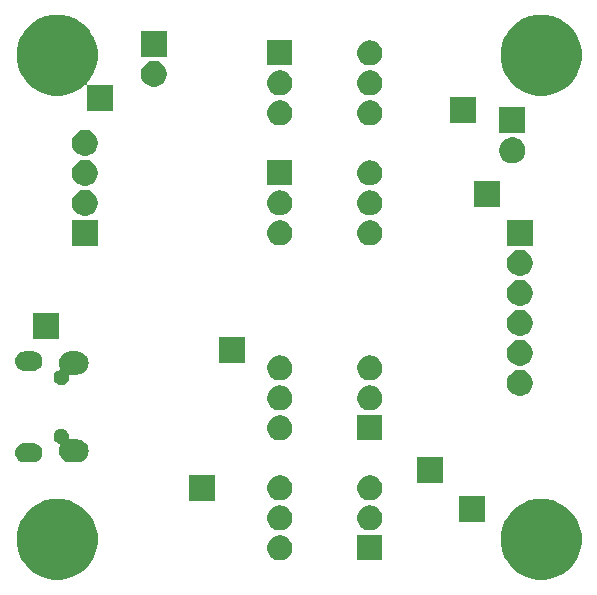
<source format=gbr>
G04 #@! TF.GenerationSoftware,KiCad,Pcbnew,(5.1.5)-3*
G04 #@! TF.CreationDate,2020-06-20T15:02:16-04:00*
G04 #@! TF.ProjectId,OptoUSB,4f70746f-5553-4422-9e6b-696361645f70,5*
G04 #@! TF.SameCoordinates,Original*
G04 #@! TF.FileFunction,Soldermask,Bot*
G04 #@! TF.FilePolarity,Negative*
%FSLAX46Y46*%
G04 Gerber Fmt 4.6, Leading zero omitted, Abs format (unit mm)*
G04 Created by KiCad (PCBNEW (5.1.5)-3) date 2020-06-20 15:02:16*
%MOMM*%
%LPD*%
G04 APERTURE LIST*
%ADD10C,0.150000*%
G04 APERTURE END LIST*
D10*
G36*
X46000201Y-41702774D02*
G01*
X46624239Y-41961259D01*
X46624240Y-41961260D01*
X47185860Y-42336522D01*
X47663478Y-42814140D01*
X47838573Y-43076189D01*
X48038741Y-43375761D01*
X48297226Y-43999799D01*
X48429000Y-44662272D01*
X48429000Y-45337728D01*
X48297226Y-46000201D01*
X48038741Y-46624239D01*
X48018826Y-46654044D01*
X47663478Y-47185860D01*
X47185860Y-47663478D01*
X46810597Y-47914220D01*
X46624239Y-48038741D01*
X46000201Y-48297226D01*
X45337728Y-48429000D01*
X44662272Y-48429000D01*
X43999799Y-48297226D01*
X43375761Y-48038741D01*
X43189403Y-47914220D01*
X42814140Y-47663478D01*
X42336522Y-47185860D01*
X41981174Y-46654044D01*
X41961259Y-46624239D01*
X41702774Y-46000201D01*
X41571000Y-45337728D01*
X41571000Y-44662272D01*
X41702774Y-43999799D01*
X41961259Y-43375761D01*
X42161427Y-43076189D01*
X42336522Y-42814140D01*
X42814140Y-42336522D01*
X43375760Y-41961260D01*
X43375761Y-41961259D01*
X43999799Y-41702774D01*
X44662272Y-41571000D01*
X45337728Y-41571000D01*
X46000201Y-41702774D01*
G37*
G36*
X5000201Y-41702774D02*
G01*
X5624239Y-41961259D01*
X5624240Y-41961260D01*
X6185860Y-42336522D01*
X6663478Y-42814140D01*
X6838573Y-43076189D01*
X7038741Y-43375761D01*
X7297226Y-43999799D01*
X7429000Y-44662272D01*
X7429000Y-45337728D01*
X7297226Y-46000201D01*
X7038741Y-46624239D01*
X7018826Y-46654044D01*
X6663478Y-47185860D01*
X6185860Y-47663478D01*
X5810597Y-47914220D01*
X5624239Y-48038741D01*
X5000201Y-48297226D01*
X4337728Y-48429000D01*
X3662272Y-48429000D01*
X2999799Y-48297226D01*
X2375761Y-48038741D01*
X2189403Y-47914220D01*
X1814140Y-47663478D01*
X1336522Y-47185860D01*
X981174Y-46654044D01*
X961259Y-46624239D01*
X702774Y-46000201D01*
X571000Y-45337728D01*
X571000Y-44662272D01*
X702774Y-43999799D01*
X961259Y-43375761D01*
X1161427Y-43076189D01*
X1336522Y-42814140D01*
X1814140Y-42336522D01*
X2375760Y-41961260D01*
X2375761Y-41961259D01*
X2999799Y-41702774D01*
X3662272Y-41571000D01*
X4337728Y-41571000D01*
X5000201Y-41702774D01*
G37*
G36*
X23167441Y-44706504D02*
G01*
X23246893Y-44739414D01*
X23359255Y-44785956D01*
X23531885Y-44901304D01*
X23678696Y-45048115D01*
X23794044Y-45220745D01*
X23873496Y-45412560D01*
X23914000Y-45616189D01*
X23914000Y-45823811D01*
X23873496Y-46027440D01*
X23794044Y-46219255D01*
X23678696Y-46391885D01*
X23531885Y-46538696D01*
X23359255Y-46654044D01*
X23246893Y-46700586D01*
X23167441Y-46733496D01*
X23065625Y-46753748D01*
X22963811Y-46774000D01*
X22756189Y-46774000D01*
X22654375Y-46753748D01*
X22552559Y-46733496D01*
X22473107Y-46700586D01*
X22360745Y-46654044D01*
X22188115Y-46538696D01*
X22041304Y-46391885D01*
X21925956Y-46219255D01*
X21846504Y-46027440D01*
X21806000Y-45823811D01*
X21806000Y-45616189D01*
X21846504Y-45412560D01*
X21925956Y-45220745D01*
X22041304Y-45048115D01*
X22188115Y-44901304D01*
X22360745Y-44785956D01*
X22473107Y-44739414D01*
X22552559Y-44706504D01*
X22756189Y-44666000D01*
X22963811Y-44666000D01*
X23167441Y-44706504D01*
G37*
G36*
X31534000Y-46774000D02*
G01*
X29426000Y-46774000D01*
X29426000Y-44666000D01*
X31534000Y-44666000D01*
X31534000Y-46774000D01*
G37*
G36*
X30685625Y-42146252D02*
G01*
X30787441Y-42166504D01*
X30866893Y-42199414D01*
X30979255Y-42245956D01*
X31151885Y-42361304D01*
X31298696Y-42508115D01*
X31414044Y-42680745D01*
X31493496Y-42872560D01*
X31534000Y-43076189D01*
X31534000Y-43283811D01*
X31493496Y-43487440D01*
X31414044Y-43679255D01*
X31298696Y-43851885D01*
X31151885Y-43998696D01*
X30979255Y-44114044D01*
X30866893Y-44160586D01*
X30787441Y-44193496D01*
X30583811Y-44234000D01*
X30376189Y-44234000D01*
X30172559Y-44193496D01*
X30093107Y-44160586D01*
X29980745Y-44114044D01*
X29808115Y-43998696D01*
X29661304Y-43851885D01*
X29545956Y-43679255D01*
X29466504Y-43487440D01*
X29426000Y-43283811D01*
X29426000Y-43076189D01*
X29466504Y-42872560D01*
X29545956Y-42680745D01*
X29661304Y-42508115D01*
X29808115Y-42361304D01*
X29980745Y-42245956D01*
X30093107Y-42199414D01*
X30172559Y-42166504D01*
X30274375Y-42146252D01*
X30376189Y-42126000D01*
X30583811Y-42126000D01*
X30685625Y-42146252D01*
G37*
G36*
X23065625Y-42146252D02*
G01*
X23167441Y-42166504D01*
X23246893Y-42199414D01*
X23359255Y-42245956D01*
X23531885Y-42361304D01*
X23678696Y-42508115D01*
X23794044Y-42680745D01*
X23873496Y-42872560D01*
X23914000Y-43076189D01*
X23914000Y-43283811D01*
X23873496Y-43487440D01*
X23794044Y-43679255D01*
X23678696Y-43851885D01*
X23531885Y-43998696D01*
X23359255Y-44114044D01*
X23246893Y-44160586D01*
X23167441Y-44193496D01*
X22963811Y-44234000D01*
X22756189Y-44234000D01*
X22552559Y-44193496D01*
X22473107Y-44160586D01*
X22360745Y-44114044D01*
X22188115Y-43998696D01*
X22041304Y-43851885D01*
X21925956Y-43679255D01*
X21846504Y-43487440D01*
X21806000Y-43283811D01*
X21806000Y-43076189D01*
X21846504Y-42872560D01*
X21925956Y-42680745D01*
X22041304Y-42508115D01*
X22188115Y-42361304D01*
X22360745Y-42245956D01*
X22473107Y-42199414D01*
X22552559Y-42166504D01*
X22654375Y-42146252D01*
X22756189Y-42126000D01*
X22963811Y-42126000D01*
X23065625Y-42146252D01*
G37*
G36*
X40220000Y-43522000D02*
G01*
X38012000Y-43522000D01*
X38012000Y-41314000D01*
X40220000Y-41314000D01*
X40220000Y-43522000D01*
G37*
G36*
X17360000Y-41744000D02*
G01*
X15152000Y-41744000D01*
X15152000Y-39536000D01*
X17360000Y-39536000D01*
X17360000Y-41744000D01*
G37*
G36*
X30787441Y-39626504D02*
G01*
X30866893Y-39659414D01*
X30979255Y-39705956D01*
X31151885Y-39821304D01*
X31298696Y-39968115D01*
X31414044Y-40140745D01*
X31493496Y-40332560D01*
X31534000Y-40536189D01*
X31534000Y-40743811D01*
X31493496Y-40947440D01*
X31414044Y-41139255D01*
X31298696Y-41311885D01*
X31151885Y-41458696D01*
X30979255Y-41574044D01*
X30866893Y-41620586D01*
X30787441Y-41653496D01*
X30685625Y-41673748D01*
X30583811Y-41694000D01*
X30376189Y-41694000D01*
X30274375Y-41673748D01*
X30172559Y-41653496D01*
X30093107Y-41620586D01*
X29980745Y-41574044D01*
X29808115Y-41458696D01*
X29661304Y-41311885D01*
X29545956Y-41139255D01*
X29466504Y-40947440D01*
X29426000Y-40743811D01*
X29426000Y-40536189D01*
X29466504Y-40332560D01*
X29545956Y-40140745D01*
X29661304Y-39968115D01*
X29808115Y-39821304D01*
X29980745Y-39705956D01*
X30093107Y-39659414D01*
X30172559Y-39626504D01*
X30376189Y-39586000D01*
X30583811Y-39586000D01*
X30787441Y-39626504D01*
G37*
G36*
X23167441Y-39626504D02*
G01*
X23246893Y-39659414D01*
X23359255Y-39705956D01*
X23531885Y-39821304D01*
X23678696Y-39968115D01*
X23794044Y-40140745D01*
X23873496Y-40332560D01*
X23914000Y-40536189D01*
X23914000Y-40743811D01*
X23873496Y-40947440D01*
X23794044Y-41139255D01*
X23678696Y-41311885D01*
X23531885Y-41458696D01*
X23359255Y-41574044D01*
X23246893Y-41620586D01*
X23167441Y-41653496D01*
X23065625Y-41673748D01*
X22963811Y-41694000D01*
X22756189Y-41694000D01*
X22654375Y-41673748D01*
X22552559Y-41653496D01*
X22473107Y-41620586D01*
X22360745Y-41574044D01*
X22188115Y-41458696D01*
X22041304Y-41311885D01*
X21925956Y-41139255D01*
X21846504Y-40947440D01*
X21806000Y-40743811D01*
X21806000Y-40536189D01*
X21846504Y-40332560D01*
X21925956Y-40140745D01*
X22041304Y-39968115D01*
X22188115Y-39821304D01*
X22360745Y-39705956D01*
X22473107Y-39659414D01*
X22552559Y-39626504D01*
X22756189Y-39586000D01*
X22963811Y-39586000D01*
X23167441Y-39626504D01*
G37*
G36*
X36664000Y-40220000D02*
G01*
X34456000Y-40220000D01*
X34456000Y-38012000D01*
X36664000Y-38012000D01*
X36664000Y-40220000D01*
G37*
G36*
X4483589Y-35640566D02*
G01*
X4546765Y-35653133D01*
X4596064Y-35673553D01*
X4665784Y-35702432D01*
X4772900Y-35774005D01*
X4863995Y-35865100D01*
X4935568Y-35972216D01*
X4984867Y-36091236D01*
X5010000Y-36217586D01*
X5010000Y-36346415D01*
X5003595Y-36378615D01*
X5001193Y-36403001D01*
X5003595Y-36427387D01*
X5010708Y-36450836D01*
X5022259Y-36472447D01*
X5037804Y-36491389D01*
X5056746Y-36506934D01*
X5078357Y-36518485D01*
X5101806Y-36525598D01*
X5126192Y-36528000D01*
X5729087Y-36528000D01*
X5777030Y-36532722D01*
X5872917Y-36542166D01*
X5995945Y-36579486D01*
X6057460Y-36598146D01*
X6087120Y-36614000D01*
X6227534Y-36689053D01*
X6227536Y-36689054D01*
X6227535Y-36689054D01*
X6376607Y-36811393D01*
X6498946Y-36960465D01*
X6589854Y-37130540D01*
X6589854Y-37130541D01*
X6645834Y-37315083D01*
X6664736Y-37507000D01*
X6645834Y-37698917D01*
X6609253Y-37819510D01*
X6589854Y-37883460D01*
X6498946Y-38053535D01*
X6376607Y-38202607D01*
X6240900Y-38313977D01*
X6227534Y-38324947D01*
X6181368Y-38349623D01*
X6057460Y-38415854D01*
X5995945Y-38434514D01*
X5872917Y-38471834D01*
X5777030Y-38481278D01*
X5729087Y-38486000D01*
X5082913Y-38486000D01*
X5034970Y-38481278D01*
X4939083Y-38471834D01*
X4816055Y-38434514D01*
X4754540Y-38415854D01*
X4630632Y-38349623D01*
X4584466Y-38324947D01*
X4571100Y-38313977D01*
X4435393Y-38202607D01*
X4313054Y-38053535D01*
X4222146Y-37883460D01*
X4202747Y-37819510D01*
X4166166Y-37698917D01*
X4147264Y-37507000D01*
X4166166Y-37315083D01*
X4222146Y-37130541D01*
X4222147Y-37130537D01*
X4243360Y-37090851D01*
X4252738Y-37068212D01*
X4257518Y-37044179D01*
X4257518Y-37019675D01*
X4252738Y-36995642D01*
X4243360Y-36973003D01*
X4229747Y-36952629D01*
X4212420Y-36935302D01*
X4192045Y-36921688D01*
X4176397Y-36916089D01*
X4176609Y-36915578D01*
X4165236Y-36910867D01*
X4165235Y-36910867D01*
X4133045Y-36897533D01*
X4046216Y-36861568D01*
X3939100Y-36789995D01*
X3848005Y-36698900D01*
X3776432Y-36591784D01*
X3735947Y-36494043D01*
X3727133Y-36472765D01*
X3702000Y-36346413D01*
X3702000Y-36217587D01*
X3727133Y-36091235D01*
X3747553Y-36041936D01*
X3776432Y-35972216D01*
X3848005Y-35865100D01*
X3939100Y-35774005D01*
X4046216Y-35702432D01*
X4115936Y-35673553D01*
X4165235Y-35653133D01*
X4228411Y-35640566D01*
X4291586Y-35628000D01*
X4420414Y-35628000D01*
X4483589Y-35640566D01*
G37*
G36*
X2093512Y-36839995D02*
G01*
X2249780Y-36887398D01*
X2393796Y-36964377D01*
X2520028Y-37067972D01*
X2623623Y-37194204D01*
X2700602Y-37338220D01*
X2748005Y-37494488D01*
X2764011Y-37657000D01*
X2748005Y-37819512D01*
X2700602Y-37975780D01*
X2623623Y-38119796D01*
X2520028Y-38246028D01*
X2393796Y-38349623D01*
X2249780Y-38426602D01*
X2093512Y-38474005D01*
X1971724Y-38486000D01*
X1240276Y-38486000D01*
X1118488Y-38474005D01*
X962220Y-38426602D01*
X818204Y-38349623D01*
X691972Y-38246028D01*
X588377Y-38119796D01*
X511398Y-37975780D01*
X463995Y-37819512D01*
X447989Y-37657000D01*
X463995Y-37494488D01*
X511398Y-37338220D01*
X588377Y-37194204D01*
X691972Y-37067972D01*
X818204Y-36964377D01*
X962220Y-36887398D01*
X1118488Y-36839995D01*
X1240276Y-36828000D01*
X1971724Y-36828000D01*
X2093512Y-36839995D01*
G37*
G36*
X23167441Y-34546504D02*
G01*
X23246893Y-34579414D01*
X23359255Y-34625956D01*
X23531885Y-34741304D01*
X23678696Y-34888115D01*
X23794044Y-35060745D01*
X23840586Y-35173107D01*
X23873496Y-35252559D01*
X23914000Y-35456190D01*
X23914000Y-35663810D01*
X23873962Y-35865100D01*
X23873496Y-35867440D01*
X23794044Y-36059255D01*
X23678696Y-36231885D01*
X23531885Y-36378696D01*
X23359255Y-36494044D01*
X23246893Y-36540586D01*
X23167441Y-36573496D01*
X23075499Y-36591784D01*
X22963811Y-36614000D01*
X22756189Y-36614000D01*
X22644501Y-36591784D01*
X22552559Y-36573496D01*
X22473107Y-36540586D01*
X22360745Y-36494044D01*
X22188115Y-36378696D01*
X22041304Y-36231885D01*
X21925956Y-36059255D01*
X21846504Y-35867440D01*
X21846039Y-35865100D01*
X21806000Y-35663810D01*
X21806000Y-35456190D01*
X21846504Y-35252559D01*
X21879414Y-35173107D01*
X21925956Y-35060745D01*
X22041304Y-34888115D01*
X22188115Y-34741304D01*
X22360745Y-34625956D01*
X22473107Y-34579414D01*
X22552559Y-34546504D01*
X22756189Y-34506000D01*
X22963811Y-34506000D01*
X23167441Y-34546504D01*
G37*
G36*
X31534000Y-36614000D02*
G01*
X29426000Y-36614000D01*
X29426000Y-34506000D01*
X31534000Y-34506000D01*
X31534000Y-36614000D01*
G37*
G36*
X23065625Y-31986252D02*
G01*
X23167441Y-32006504D01*
X23246893Y-32039414D01*
X23359255Y-32085956D01*
X23531885Y-32201304D01*
X23678696Y-32348115D01*
X23794044Y-32520745D01*
X23829993Y-32607534D01*
X23873496Y-32712559D01*
X23893191Y-32811574D01*
X23914000Y-32916189D01*
X23914000Y-33123811D01*
X23873496Y-33327440D01*
X23794044Y-33519255D01*
X23678696Y-33691885D01*
X23531885Y-33838696D01*
X23359255Y-33954044D01*
X23246893Y-34000586D01*
X23167441Y-34033496D01*
X22963811Y-34074000D01*
X22756189Y-34074000D01*
X22552559Y-34033496D01*
X22473107Y-34000586D01*
X22360745Y-33954044D01*
X22188115Y-33838696D01*
X22041304Y-33691885D01*
X21925956Y-33519255D01*
X21846504Y-33327440D01*
X21806000Y-33123811D01*
X21806000Y-32916189D01*
X21826809Y-32811574D01*
X21846504Y-32712559D01*
X21890007Y-32607534D01*
X21925956Y-32520745D01*
X22041304Y-32348115D01*
X22188115Y-32201304D01*
X22360745Y-32085956D01*
X22473107Y-32039414D01*
X22552559Y-32006504D01*
X22654375Y-31986252D01*
X22756189Y-31966000D01*
X22963811Y-31966000D01*
X23065625Y-31986252D01*
G37*
G36*
X30685625Y-31986252D02*
G01*
X30787441Y-32006504D01*
X30866893Y-32039414D01*
X30979255Y-32085956D01*
X31151885Y-32201304D01*
X31298696Y-32348115D01*
X31414044Y-32520745D01*
X31449993Y-32607534D01*
X31493496Y-32712559D01*
X31513191Y-32811574D01*
X31534000Y-32916189D01*
X31534000Y-33123811D01*
X31493496Y-33327440D01*
X31414044Y-33519255D01*
X31298696Y-33691885D01*
X31151885Y-33838696D01*
X30979255Y-33954044D01*
X30866893Y-34000586D01*
X30787441Y-34033496D01*
X30583811Y-34074000D01*
X30376189Y-34074000D01*
X30172559Y-34033496D01*
X30093107Y-34000586D01*
X29980745Y-33954044D01*
X29808115Y-33838696D01*
X29661304Y-33691885D01*
X29545956Y-33519255D01*
X29466504Y-33327440D01*
X29426000Y-33123811D01*
X29426000Y-32916189D01*
X29446809Y-32811574D01*
X29466504Y-32712559D01*
X29510007Y-32607534D01*
X29545956Y-32520745D01*
X29661304Y-32348115D01*
X29808115Y-32201304D01*
X29980745Y-32085956D01*
X30093107Y-32039414D01*
X30172559Y-32006504D01*
X30274375Y-31986252D01*
X30376189Y-31966000D01*
X30583811Y-31966000D01*
X30685625Y-31986252D01*
G37*
G36*
X43502024Y-30688425D02*
G01*
X43702939Y-30771647D01*
X43726576Y-30787441D01*
X43883759Y-30892467D01*
X44037533Y-31046241D01*
X44067809Y-31091553D01*
X44158353Y-31227061D01*
X44241575Y-31427976D01*
X44284000Y-31641264D01*
X44284000Y-31858736D01*
X44241575Y-32072024D01*
X44158353Y-32272939D01*
X44158352Y-32272940D01*
X44037533Y-32453759D01*
X43883759Y-32607533D01*
X43792735Y-32668353D01*
X43702939Y-32728353D01*
X43502024Y-32811575D01*
X43288736Y-32854000D01*
X43071264Y-32854000D01*
X42857976Y-32811575D01*
X42657061Y-32728353D01*
X42567265Y-32668353D01*
X42476241Y-32607533D01*
X42322467Y-32453759D01*
X42201648Y-32272940D01*
X42201647Y-32272939D01*
X42118425Y-32072024D01*
X42076000Y-31858736D01*
X42076000Y-31641264D01*
X42118425Y-31427976D01*
X42201647Y-31227061D01*
X42292191Y-31091553D01*
X42322467Y-31046241D01*
X42476241Y-30892467D01*
X42633424Y-30787441D01*
X42657061Y-30771647D01*
X42857976Y-30688425D01*
X43071264Y-30646000D01*
X43288736Y-30646000D01*
X43502024Y-30688425D01*
G37*
G36*
X5777030Y-29082722D02*
G01*
X5872917Y-29092166D01*
X5995945Y-29129486D01*
X6057460Y-29148146D01*
X6148367Y-29196737D01*
X6227534Y-29239053D01*
X6227536Y-29239054D01*
X6227535Y-29239054D01*
X6376607Y-29361393D01*
X6487977Y-29497100D01*
X6498947Y-29510466D01*
X6517917Y-29545956D01*
X6589854Y-29680540D01*
X6589854Y-29680541D01*
X6645834Y-29865083D01*
X6664736Y-30057000D01*
X6645834Y-30248917D01*
X6626091Y-30314000D01*
X6589854Y-30433460D01*
X6556411Y-30496026D01*
X6509490Y-30583810D01*
X6498946Y-30603535D01*
X6376607Y-30752607D01*
X6240901Y-30863977D01*
X6227534Y-30874947D01*
X6194758Y-30892466D01*
X6057460Y-30965854D01*
X5995945Y-30984514D01*
X5872917Y-31021834D01*
X5777030Y-31031278D01*
X5729087Y-31036000D01*
X5126192Y-31036000D01*
X5101806Y-31038402D01*
X5078357Y-31045515D01*
X5056746Y-31057066D01*
X5037804Y-31072611D01*
X5022259Y-31091553D01*
X5010708Y-31113164D01*
X5003595Y-31136613D01*
X5001193Y-31160999D01*
X5003595Y-31185385D01*
X5010000Y-31217585D01*
X5010000Y-31346414D01*
X4984867Y-31472764D01*
X4935568Y-31591784D01*
X4863995Y-31698900D01*
X4772900Y-31789995D01*
X4665784Y-31861568D01*
X4596064Y-31890447D01*
X4546765Y-31910867D01*
X4483589Y-31923434D01*
X4420414Y-31936000D01*
X4291586Y-31936000D01*
X4228411Y-31923434D01*
X4165235Y-31910867D01*
X4115936Y-31890447D01*
X4046216Y-31861568D01*
X3939100Y-31789995D01*
X3848005Y-31698900D01*
X3776432Y-31591784D01*
X3727133Y-31472764D01*
X3702000Y-31346414D01*
X3702000Y-31217586D01*
X3727133Y-31091236D01*
X3734848Y-31072611D01*
X3755880Y-31021834D01*
X3776432Y-30972216D01*
X3848005Y-30865100D01*
X3939100Y-30774005D01*
X4046216Y-30702432D01*
X4172519Y-30650116D01*
X4180964Y-30647554D01*
X4202574Y-30636001D01*
X4221515Y-30620454D01*
X4237059Y-30601511D01*
X4248608Y-30579900D01*
X4255720Y-30556450D01*
X4258120Y-30532064D01*
X4255716Y-30507678D01*
X4243360Y-30473149D01*
X4222147Y-30433463D01*
X4185909Y-30314000D01*
X4166166Y-30248917D01*
X4147264Y-30057000D01*
X4166166Y-29865083D01*
X4222146Y-29680541D01*
X4222146Y-29680540D01*
X4294083Y-29545956D01*
X4313053Y-29510466D01*
X4324023Y-29497100D01*
X4435393Y-29361393D01*
X4584465Y-29239054D01*
X4584464Y-29239054D01*
X4584466Y-29239053D01*
X4663633Y-29196737D01*
X4754540Y-29148146D01*
X4816055Y-29129486D01*
X4939083Y-29092166D01*
X5034970Y-29082722D01*
X5082913Y-29078000D01*
X5729087Y-29078000D01*
X5777030Y-29082722D01*
G37*
G36*
X23065625Y-29446252D02*
G01*
X23167441Y-29466504D01*
X23246893Y-29499414D01*
X23359255Y-29545956D01*
X23531885Y-29661304D01*
X23678696Y-29808115D01*
X23794044Y-29980745D01*
X23829993Y-30067534D01*
X23873496Y-30172559D01*
X23914000Y-30376190D01*
X23914000Y-30583810D01*
X23876169Y-30774005D01*
X23873496Y-30787440D01*
X23794044Y-30979255D01*
X23678696Y-31151885D01*
X23531885Y-31298696D01*
X23359255Y-31414044D01*
X23246893Y-31460586D01*
X23167441Y-31493496D01*
X23065625Y-31513748D01*
X22963811Y-31534000D01*
X22756189Y-31534000D01*
X22654375Y-31513748D01*
X22552559Y-31493496D01*
X22473107Y-31460586D01*
X22360745Y-31414044D01*
X22188115Y-31298696D01*
X22041304Y-31151885D01*
X21925956Y-30979255D01*
X21846504Y-30787440D01*
X21843832Y-30774005D01*
X21806000Y-30583810D01*
X21806000Y-30376190D01*
X21846504Y-30172559D01*
X21890007Y-30067534D01*
X21925956Y-29980745D01*
X22041304Y-29808115D01*
X22188115Y-29661304D01*
X22360745Y-29545956D01*
X22473107Y-29499414D01*
X22552559Y-29466504D01*
X22654375Y-29446252D01*
X22756189Y-29426000D01*
X22963811Y-29426000D01*
X23065625Y-29446252D01*
G37*
G36*
X30685625Y-29446252D02*
G01*
X30787441Y-29466504D01*
X30866893Y-29499414D01*
X30979255Y-29545956D01*
X31151885Y-29661304D01*
X31298696Y-29808115D01*
X31414044Y-29980745D01*
X31449993Y-30067534D01*
X31493496Y-30172559D01*
X31534000Y-30376190D01*
X31534000Y-30583810D01*
X31496169Y-30774005D01*
X31493496Y-30787440D01*
X31414044Y-30979255D01*
X31298696Y-31151885D01*
X31151885Y-31298696D01*
X30979255Y-31414044D01*
X30866893Y-31460586D01*
X30787441Y-31493496D01*
X30685625Y-31513748D01*
X30583811Y-31534000D01*
X30376189Y-31534000D01*
X30274375Y-31513748D01*
X30172559Y-31493496D01*
X30093107Y-31460586D01*
X29980745Y-31414044D01*
X29808115Y-31298696D01*
X29661304Y-31151885D01*
X29545956Y-30979255D01*
X29466504Y-30787440D01*
X29463832Y-30774005D01*
X29426000Y-30583810D01*
X29426000Y-30376190D01*
X29466504Y-30172559D01*
X29510007Y-30067534D01*
X29545956Y-29980745D01*
X29661304Y-29808115D01*
X29808115Y-29661304D01*
X29980745Y-29545956D01*
X30093107Y-29499414D01*
X30172559Y-29466504D01*
X30274375Y-29446252D01*
X30376189Y-29426000D01*
X30583811Y-29426000D01*
X30685625Y-29446252D01*
G37*
G36*
X2093512Y-29089995D02*
G01*
X2249780Y-29137398D01*
X2393796Y-29214377D01*
X2520028Y-29317972D01*
X2623623Y-29444204D01*
X2700602Y-29588220D01*
X2748005Y-29744488D01*
X2764011Y-29907000D01*
X2748005Y-30069512D01*
X2700602Y-30225780D01*
X2623623Y-30369796D01*
X2520028Y-30496028D01*
X2393796Y-30599623D01*
X2249780Y-30676602D01*
X2093512Y-30724005D01*
X1971724Y-30736000D01*
X1240276Y-30736000D01*
X1118488Y-30724005D01*
X962220Y-30676602D01*
X818204Y-30599623D01*
X691972Y-30496028D01*
X588377Y-30369796D01*
X511398Y-30225780D01*
X463995Y-30069512D01*
X447989Y-29907000D01*
X463995Y-29744488D01*
X511398Y-29588220D01*
X588377Y-29444204D01*
X691972Y-29317972D01*
X818204Y-29214377D01*
X962220Y-29137398D01*
X1118488Y-29089995D01*
X1240276Y-29078000D01*
X1971724Y-29078000D01*
X2093512Y-29089995D01*
G37*
G36*
X43502024Y-28148425D02*
G01*
X43702939Y-28231647D01*
X43702940Y-28231648D01*
X43883759Y-28352467D01*
X44037533Y-28506241D01*
X44037534Y-28506243D01*
X44158353Y-28687061D01*
X44241575Y-28887976D01*
X44284000Y-29101264D01*
X44284000Y-29318736D01*
X44241575Y-29532024D01*
X44158353Y-29732939D01*
X44158352Y-29732940D01*
X44037533Y-29913759D01*
X43883759Y-30067533D01*
X43880800Y-30069510D01*
X43702939Y-30188353D01*
X43502024Y-30271575D01*
X43288736Y-30314000D01*
X43071264Y-30314000D01*
X42857976Y-30271575D01*
X42657061Y-30188353D01*
X42479200Y-30069510D01*
X42476241Y-30067533D01*
X42322467Y-29913759D01*
X42201648Y-29732940D01*
X42201647Y-29732939D01*
X42118425Y-29532024D01*
X42076000Y-29318736D01*
X42076000Y-29101264D01*
X42118425Y-28887976D01*
X42201647Y-28687061D01*
X42322466Y-28506243D01*
X42322467Y-28506241D01*
X42476241Y-28352467D01*
X42657060Y-28231648D01*
X42657061Y-28231647D01*
X42857976Y-28148425D01*
X43071264Y-28106000D01*
X43288736Y-28106000D01*
X43502024Y-28148425D01*
G37*
G36*
X19900000Y-30060000D02*
G01*
X17692000Y-30060000D01*
X17692000Y-27852000D01*
X19900000Y-27852000D01*
X19900000Y-30060000D01*
G37*
G36*
X4152000Y-28028000D02*
G01*
X1944000Y-28028000D01*
X1944000Y-25820000D01*
X4152000Y-25820000D01*
X4152000Y-28028000D01*
G37*
G36*
X43502024Y-25608425D02*
G01*
X43702939Y-25691647D01*
X43702940Y-25691648D01*
X43883759Y-25812467D01*
X44037533Y-25966241D01*
X44037534Y-25966243D01*
X44158353Y-26147061D01*
X44241575Y-26347976D01*
X44284000Y-26561264D01*
X44284000Y-26778736D01*
X44241575Y-26992024D01*
X44158353Y-27192939D01*
X44158352Y-27192940D01*
X44037533Y-27373759D01*
X43883759Y-27527533D01*
X43792735Y-27588353D01*
X43702939Y-27648353D01*
X43502024Y-27731575D01*
X43288736Y-27774000D01*
X43071264Y-27774000D01*
X42857976Y-27731575D01*
X42657061Y-27648353D01*
X42567265Y-27588353D01*
X42476241Y-27527533D01*
X42322467Y-27373759D01*
X42201648Y-27192940D01*
X42201647Y-27192939D01*
X42118425Y-26992024D01*
X42076000Y-26778736D01*
X42076000Y-26561264D01*
X42118425Y-26347976D01*
X42201647Y-26147061D01*
X42322466Y-25966243D01*
X42322467Y-25966241D01*
X42476241Y-25812467D01*
X42657060Y-25691648D01*
X42657061Y-25691647D01*
X42857976Y-25608425D01*
X43071264Y-25566000D01*
X43288736Y-25566000D01*
X43502024Y-25608425D01*
G37*
G36*
X43502024Y-23068425D02*
G01*
X43702939Y-23151647D01*
X43702940Y-23151648D01*
X43883759Y-23272467D01*
X44037533Y-23426241D01*
X44037534Y-23426243D01*
X44158353Y-23607061D01*
X44241575Y-23807976D01*
X44284000Y-24021264D01*
X44284000Y-24238736D01*
X44241575Y-24452024D01*
X44158353Y-24652939D01*
X44158352Y-24652940D01*
X44037533Y-24833759D01*
X43883759Y-24987533D01*
X43792735Y-25048353D01*
X43702939Y-25108353D01*
X43502024Y-25191575D01*
X43288736Y-25234000D01*
X43071264Y-25234000D01*
X42857976Y-25191575D01*
X42657061Y-25108353D01*
X42567265Y-25048353D01*
X42476241Y-24987533D01*
X42322467Y-24833759D01*
X42201648Y-24652940D01*
X42201647Y-24652939D01*
X42118425Y-24452024D01*
X42076000Y-24238736D01*
X42076000Y-24021264D01*
X42118425Y-23807976D01*
X42201647Y-23607061D01*
X42322466Y-23426243D01*
X42322467Y-23426241D01*
X42476241Y-23272467D01*
X42657060Y-23151648D01*
X42657061Y-23151647D01*
X42857976Y-23068425D01*
X43071264Y-23026000D01*
X43288736Y-23026000D01*
X43502024Y-23068425D01*
G37*
G36*
X43502024Y-20528425D02*
G01*
X43702939Y-20611647D01*
X43702940Y-20611648D01*
X43883759Y-20732467D01*
X44037533Y-20886241D01*
X44037534Y-20886243D01*
X44158353Y-21067061D01*
X44241575Y-21267976D01*
X44284000Y-21481264D01*
X44284000Y-21698736D01*
X44241575Y-21912024D01*
X44158353Y-22112939D01*
X44158352Y-22112940D01*
X44037533Y-22293759D01*
X43883759Y-22447533D01*
X43792735Y-22508353D01*
X43702939Y-22568353D01*
X43502024Y-22651575D01*
X43288736Y-22694000D01*
X43071264Y-22694000D01*
X42857976Y-22651575D01*
X42657061Y-22568353D01*
X42567265Y-22508353D01*
X42476241Y-22447533D01*
X42322467Y-22293759D01*
X42201648Y-22112940D01*
X42201647Y-22112939D01*
X42118425Y-21912024D01*
X42076000Y-21698736D01*
X42076000Y-21481264D01*
X42118425Y-21267976D01*
X42201647Y-21067061D01*
X42322466Y-20886243D01*
X42322467Y-20886241D01*
X42476241Y-20732467D01*
X42657060Y-20611648D01*
X42657061Y-20611647D01*
X42857976Y-20528425D01*
X43071264Y-20486000D01*
X43288736Y-20486000D01*
X43502024Y-20528425D01*
G37*
G36*
X7454000Y-20154000D02*
G01*
X5246000Y-20154000D01*
X5246000Y-17946000D01*
X7454000Y-17946000D01*
X7454000Y-20154000D01*
G37*
G36*
X44284000Y-20154000D02*
G01*
X42076000Y-20154000D01*
X42076000Y-17946000D01*
X44284000Y-17946000D01*
X44284000Y-20154000D01*
G37*
G36*
X30787441Y-18036504D02*
G01*
X30866893Y-18069414D01*
X30979255Y-18115956D01*
X31151885Y-18231304D01*
X31298696Y-18378115D01*
X31414044Y-18550745D01*
X31493496Y-18742560D01*
X31534000Y-18946189D01*
X31534000Y-19153811D01*
X31493496Y-19357440D01*
X31414044Y-19549255D01*
X31298696Y-19721885D01*
X31151885Y-19868696D01*
X30979255Y-19984044D01*
X30866893Y-20030586D01*
X30787441Y-20063496D01*
X30685625Y-20083748D01*
X30583811Y-20104000D01*
X30376189Y-20104000D01*
X30274375Y-20083748D01*
X30172559Y-20063496D01*
X30093107Y-20030586D01*
X29980745Y-19984044D01*
X29808115Y-19868696D01*
X29661304Y-19721885D01*
X29545956Y-19549255D01*
X29466504Y-19357440D01*
X29426000Y-19153811D01*
X29426000Y-18946189D01*
X29466504Y-18742560D01*
X29545956Y-18550745D01*
X29661304Y-18378115D01*
X29808115Y-18231304D01*
X29980745Y-18115956D01*
X30093107Y-18069414D01*
X30172559Y-18036504D01*
X30376189Y-17996000D01*
X30583811Y-17996000D01*
X30787441Y-18036504D01*
G37*
G36*
X23167441Y-18036504D02*
G01*
X23246893Y-18069414D01*
X23359255Y-18115956D01*
X23531885Y-18231304D01*
X23678696Y-18378115D01*
X23794044Y-18550745D01*
X23873496Y-18742560D01*
X23914000Y-18946189D01*
X23914000Y-19153811D01*
X23873496Y-19357440D01*
X23794044Y-19549255D01*
X23678696Y-19721885D01*
X23531885Y-19868696D01*
X23359255Y-19984044D01*
X23246893Y-20030586D01*
X23167441Y-20063496D01*
X23065625Y-20083748D01*
X22963811Y-20104000D01*
X22756189Y-20104000D01*
X22654375Y-20083748D01*
X22552559Y-20063496D01*
X22473107Y-20030586D01*
X22360745Y-19984044D01*
X22188115Y-19868696D01*
X22041304Y-19721885D01*
X21925956Y-19549255D01*
X21846504Y-19357440D01*
X21806000Y-19153811D01*
X21806000Y-18946189D01*
X21846504Y-18742560D01*
X21925956Y-18550745D01*
X22041304Y-18378115D01*
X22188115Y-18231304D01*
X22360745Y-18115956D01*
X22473107Y-18069414D01*
X22552559Y-18036504D01*
X22756189Y-17996000D01*
X22963811Y-17996000D01*
X23167441Y-18036504D01*
G37*
G36*
X6672024Y-15448425D02*
G01*
X6872939Y-15531647D01*
X6872940Y-15531648D01*
X7053759Y-15652467D01*
X7207533Y-15806241D01*
X7207534Y-15806243D01*
X7328353Y-15987061D01*
X7411575Y-16187976D01*
X7454000Y-16401264D01*
X7454000Y-16618736D01*
X7411575Y-16832024D01*
X7328353Y-17032939D01*
X7328352Y-17032940D01*
X7207533Y-17213759D01*
X7053759Y-17367533D01*
X6962735Y-17428353D01*
X6872939Y-17488353D01*
X6672024Y-17571575D01*
X6458736Y-17614000D01*
X6241264Y-17614000D01*
X6027976Y-17571575D01*
X5827061Y-17488353D01*
X5737265Y-17428353D01*
X5646241Y-17367533D01*
X5492467Y-17213759D01*
X5371648Y-17032940D01*
X5371647Y-17032939D01*
X5288425Y-16832024D01*
X5246000Y-16618736D01*
X5246000Y-16401264D01*
X5288425Y-16187976D01*
X5371647Y-15987061D01*
X5492466Y-15806243D01*
X5492467Y-15806241D01*
X5646241Y-15652467D01*
X5827060Y-15531648D01*
X5827061Y-15531647D01*
X6027976Y-15448425D01*
X6241264Y-15406000D01*
X6458736Y-15406000D01*
X6672024Y-15448425D01*
G37*
G36*
X30685625Y-15476252D02*
G01*
X30787441Y-15496504D01*
X30866893Y-15529414D01*
X30979255Y-15575956D01*
X31151885Y-15691304D01*
X31298696Y-15838115D01*
X31414044Y-16010745D01*
X31493496Y-16202560D01*
X31534000Y-16406189D01*
X31534000Y-16613811D01*
X31493496Y-16817440D01*
X31414044Y-17009255D01*
X31298696Y-17181885D01*
X31151885Y-17328696D01*
X30979255Y-17444044D01*
X30872283Y-17488353D01*
X30787441Y-17523496D01*
X30583811Y-17564000D01*
X30376189Y-17564000D01*
X30172559Y-17523496D01*
X30087717Y-17488353D01*
X29980745Y-17444044D01*
X29808115Y-17328696D01*
X29661304Y-17181885D01*
X29545956Y-17009255D01*
X29466504Y-16817440D01*
X29426000Y-16613811D01*
X29426000Y-16406189D01*
X29466504Y-16202560D01*
X29545956Y-16010745D01*
X29661304Y-15838115D01*
X29808115Y-15691304D01*
X29980745Y-15575956D01*
X30093107Y-15529414D01*
X30172559Y-15496504D01*
X30274375Y-15476252D01*
X30376189Y-15456000D01*
X30583811Y-15456000D01*
X30685625Y-15476252D01*
G37*
G36*
X23065625Y-15476252D02*
G01*
X23167441Y-15496504D01*
X23246893Y-15529414D01*
X23359255Y-15575956D01*
X23531885Y-15691304D01*
X23678696Y-15838115D01*
X23794044Y-16010745D01*
X23873496Y-16202560D01*
X23914000Y-16406189D01*
X23914000Y-16613811D01*
X23873496Y-16817440D01*
X23794044Y-17009255D01*
X23678696Y-17181885D01*
X23531885Y-17328696D01*
X23359255Y-17444044D01*
X23252283Y-17488353D01*
X23167441Y-17523496D01*
X22963811Y-17564000D01*
X22756189Y-17564000D01*
X22552559Y-17523496D01*
X22467717Y-17488353D01*
X22360745Y-17444044D01*
X22188115Y-17328696D01*
X22041304Y-17181885D01*
X21925956Y-17009255D01*
X21846504Y-16817440D01*
X21806000Y-16613811D01*
X21806000Y-16406189D01*
X21846504Y-16202560D01*
X21925956Y-16010745D01*
X22041304Y-15838115D01*
X22188115Y-15691304D01*
X22360745Y-15575956D01*
X22473107Y-15529414D01*
X22552559Y-15496504D01*
X22654375Y-15476252D01*
X22756189Y-15456000D01*
X22963811Y-15456000D01*
X23065625Y-15476252D01*
G37*
G36*
X41490000Y-16852000D02*
G01*
X39282000Y-16852000D01*
X39282000Y-14644000D01*
X41490000Y-14644000D01*
X41490000Y-16852000D01*
G37*
G36*
X6672024Y-12908425D02*
G01*
X6872939Y-12991647D01*
X6872940Y-12991648D01*
X7053759Y-13112467D01*
X7207533Y-13266241D01*
X7207534Y-13266243D01*
X7328353Y-13447061D01*
X7411575Y-13647976D01*
X7454000Y-13861264D01*
X7454000Y-14078736D01*
X7411575Y-14292024D01*
X7328353Y-14492939D01*
X7328352Y-14492940D01*
X7207533Y-14673759D01*
X7053759Y-14827533D01*
X6962735Y-14888353D01*
X6872939Y-14948353D01*
X6672024Y-15031575D01*
X6458736Y-15074000D01*
X6241264Y-15074000D01*
X6027976Y-15031575D01*
X5827061Y-14948353D01*
X5737265Y-14888353D01*
X5646241Y-14827533D01*
X5492467Y-14673759D01*
X5371648Y-14492940D01*
X5371647Y-14492939D01*
X5288425Y-14292024D01*
X5246000Y-14078736D01*
X5246000Y-13861264D01*
X5288425Y-13647976D01*
X5371647Y-13447061D01*
X5492466Y-13266243D01*
X5492467Y-13266241D01*
X5646241Y-13112467D01*
X5827060Y-12991648D01*
X5827061Y-12991647D01*
X6027976Y-12908425D01*
X6241264Y-12866000D01*
X6458736Y-12866000D01*
X6672024Y-12908425D01*
G37*
G36*
X30685625Y-12936252D02*
G01*
X30787441Y-12956504D01*
X30866893Y-12989414D01*
X30979255Y-13035956D01*
X31151885Y-13151304D01*
X31298696Y-13298115D01*
X31414044Y-13470745D01*
X31493496Y-13662560D01*
X31534000Y-13866189D01*
X31534000Y-14073811D01*
X31493496Y-14277440D01*
X31414044Y-14469255D01*
X31298696Y-14641885D01*
X31151885Y-14788696D01*
X30979255Y-14904044D01*
X30872283Y-14948353D01*
X30787441Y-14983496D01*
X30583811Y-15024000D01*
X30376189Y-15024000D01*
X30172559Y-14983496D01*
X30087717Y-14948353D01*
X29980745Y-14904044D01*
X29808115Y-14788696D01*
X29661304Y-14641885D01*
X29545956Y-14469255D01*
X29466504Y-14277440D01*
X29426000Y-14073811D01*
X29426000Y-13866189D01*
X29466504Y-13662560D01*
X29545956Y-13470745D01*
X29661304Y-13298115D01*
X29808115Y-13151304D01*
X29980745Y-13035956D01*
X30093107Y-12989414D01*
X30172559Y-12956504D01*
X30376189Y-12916000D01*
X30583811Y-12916000D01*
X30685625Y-12936252D01*
G37*
G36*
X23914000Y-15024000D02*
G01*
X21806000Y-15024000D01*
X21806000Y-12916000D01*
X23914000Y-12916000D01*
X23914000Y-15024000D01*
G37*
G36*
X42867024Y-11003425D02*
G01*
X43067939Y-11086647D01*
X43099860Y-11107976D01*
X43248759Y-11207467D01*
X43402533Y-11361241D01*
X43402534Y-11361243D01*
X43523353Y-11542061D01*
X43606575Y-11742976D01*
X43649000Y-11956264D01*
X43649000Y-12173736D01*
X43606575Y-12387024D01*
X43523353Y-12587939D01*
X43523352Y-12587940D01*
X43402533Y-12768759D01*
X43248759Y-12922533D01*
X43157735Y-12983353D01*
X43067939Y-13043353D01*
X42867024Y-13126575D01*
X42653736Y-13169000D01*
X42436264Y-13169000D01*
X42222976Y-13126575D01*
X42022061Y-13043353D01*
X41932265Y-12983353D01*
X41841241Y-12922533D01*
X41687467Y-12768759D01*
X41566648Y-12587940D01*
X41566647Y-12587939D01*
X41483425Y-12387024D01*
X41441000Y-12173736D01*
X41441000Y-11956264D01*
X41483425Y-11742976D01*
X41566647Y-11542061D01*
X41687466Y-11361243D01*
X41687467Y-11361241D01*
X41841241Y-11207467D01*
X41990140Y-11107976D01*
X42022061Y-11086647D01*
X42222976Y-11003425D01*
X42436264Y-10961000D01*
X42653736Y-10961000D01*
X42867024Y-11003425D01*
G37*
G36*
X6672024Y-10368425D02*
G01*
X6872939Y-10451647D01*
X6872940Y-10451648D01*
X7053759Y-10572467D01*
X7207533Y-10726241D01*
X7207534Y-10726243D01*
X7328353Y-10907061D01*
X7411575Y-11107976D01*
X7454000Y-11321264D01*
X7454000Y-11538736D01*
X7411575Y-11752024D01*
X7328353Y-11952939D01*
X7268353Y-12042735D01*
X7207533Y-12133759D01*
X7053759Y-12287533D01*
X6962735Y-12348353D01*
X6872939Y-12408353D01*
X6672024Y-12491575D01*
X6458736Y-12534000D01*
X6241264Y-12534000D01*
X6027976Y-12491575D01*
X5827061Y-12408353D01*
X5737265Y-12348353D01*
X5646241Y-12287533D01*
X5492467Y-12133759D01*
X5431647Y-12042735D01*
X5371647Y-11952939D01*
X5288425Y-11752024D01*
X5246000Y-11538736D01*
X5246000Y-11321264D01*
X5288425Y-11107976D01*
X5371647Y-10907061D01*
X5492466Y-10726243D01*
X5492467Y-10726241D01*
X5646241Y-10572467D01*
X5827060Y-10451648D01*
X5827061Y-10451647D01*
X6027976Y-10368425D01*
X6241264Y-10326000D01*
X6458736Y-10326000D01*
X6672024Y-10368425D01*
G37*
G36*
X43649000Y-10629000D02*
G01*
X41441000Y-10629000D01*
X41441000Y-8421000D01*
X43649000Y-8421000D01*
X43649000Y-10629000D01*
G37*
G36*
X23167441Y-7876504D02*
G01*
X23246893Y-7909414D01*
X23359255Y-7955956D01*
X23531885Y-8071304D01*
X23678696Y-8218115D01*
X23794044Y-8390745D01*
X23873496Y-8582560D01*
X23914000Y-8786189D01*
X23914000Y-8993811D01*
X23873496Y-9197440D01*
X23794044Y-9389255D01*
X23678696Y-9561885D01*
X23531885Y-9708696D01*
X23359255Y-9824044D01*
X23246893Y-9870586D01*
X23167441Y-9903496D01*
X22963811Y-9944000D01*
X22756189Y-9944000D01*
X22654375Y-9923748D01*
X22552559Y-9903496D01*
X22473107Y-9870586D01*
X22360745Y-9824044D01*
X22188115Y-9708696D01*
X22041304Y-9561885D01*
X21925956Y-9389255D01*
X21846504Y-9197440D01*
X21806000Y-8993811D01*
X21806000Y-8786189D01*
X21846504Y-8582560D01*
X21925956Y-8390745D01*
X22041304Y-8218115D01*
X22188115Y-8071304D01*
X22360745Y-7955956D01*
X22473107Y-7909414D01*
X22552559Y-7876504D01*
X22756189Y-7836000D01*
X22963811Y-7836000D01*
X23167441Y-7876504D01*
G37*
G36*
X30787441Y-7876504D02*
G01*
X30866893Y-7909414D01*
X30979255Y-7955956D01*
X31151885Y-8071304D01*
X31298696Y-8218115D01*
X31414044Y-8390745D01*
X31493496Y-8582560D01*
X31534000Y-8786189D01*
X31534000Y-8993811D01*
X31493496Y-9197440D01*
X31414044Y-9389255D01*
X31298696Y-9561885D01*
X31151885Y-9708696D01*
X30979255Y-9824044D01*
X30866893Y-9870586D01*
X30787441Y-9903496D01*
X30583811Y-9944000D01*
X30376189Y-9944000D01*
X30274375Y-9923748D01*
X30172559Y-9903496D01*
X30093107Y-9870586D01*
X29980745Y-9824044D01*
X29808115Y-9708696D01*
X29661304Y-9561885D01*
X29545956Y-9389255D01*
X29466504Y-9197440D01*
X29426000Y-8993811D01*
X29426000Y-8786189D01*
X29466504Y-8582560D01*
X29545956Y-8390745D01*
X29661304Y-8218115D01*
X29808115Y-8071304D01*
X29980745Y-7955956D01*
X30093107Y-7909414D01*
X30172559Y-7876504D01*
X30376189Y-7836000D01*
X30583811Y-7836000D01*
X30787441Y-7876504D01*
G37*
G36*
X39458000Y-9740000D02*
G01*
X37250000Y-9740000D01*
X37250000Y-7532000D01*
X39458000Y-7532000D01*
X39458000Y-9740000D01*
G37*
G36*
X5000201Y-702774D02*
G01*
X5624239Y-961259D01*
X5624240Y-961260D01*
X6185860Y-1336522D01*
X6663478Y-1814140D01*
X6914220Y-2189403D01*
X7038741Y-2375761D01*
X7297226Y-2999799D01*
X7429000Y-3662272D01*
X7429000Y-4337728D01*
X7297226Y-5000201D01*
X7038741Y-5624239D01*
X6990300Y-5696736D01*
X6663478Y-6185860D01*
X6546719Y-6302619D01*
X6531179Y-6321555D01*
X6519628Y-6343166D01*
X6512515Y-6366615D01*
X6510113Y-6391001D01*
X6512515Y-6415387D01*
X6519628Y-6438836D01*
X6531179Y-6460447D01*
X6546724Y-6479389D01*
X6565666Y-6494934D01*
X6587277Y-6506485D01*
X6610726Y-6513598D01*
X6635112Y-6516000D01*
X8724000Y-6516000D01*
X8724000Y-8724000D01*
X6516000Y-8724000D01*
X6516000Y-6635112D01*
X6513598Y-6610726D01*
X6506485Y-6587277D01*
X6494934Y-6565666D01*
X6479389Y-6546724D01*
X6460447Y-6531179D01*
X6438836Y-6519628D01*
X6415387Y-6512515D01*
X6391001Y-6510113D01*
X6366615Y-6512515D01*
X6343166Y-6519628D01*
X6321555Y-6531179D01*
X6302619Y-6546719D01*
X6185860Y-6663478D01*
X5907823Y-6849256D01*
X5624239Y-7038741D01*
X5000201Y-7297226D01*
X4337728Y-7429000D01*
X3662272Y-7429000D01*
X2999799Y-7297226D01*
X2375761Y-7038741D01*
X2092177Y-6849256D01*
X1814140Y-6663478D01*
X1336522Y-6185860D01*
X1009700Y-5696736D01*
X961259Y-5624239D01*
X702774Y-5000201D01*
X571000Y-4337728D01*
X571000Y-3662272D01*
X702774Y-2999799D01*
X961259Y-2375761D01*
X1085780Y-2189403D01*
X1336522Y-1814140D01*
X1814140Y-1336522D01*
X2375760Y-961260D01*
X2375761Y-961259D01*
X2999799Y-702774D01*
X3662272Y-571000D01*
X4337728Y-571000D01*
X5000201Y-702774D01*
G37*
G36*
X46000201Y-702774D02*
G01*
X46624239Y-961259D01*
X46624240Y-961260D01*
X47185860Y-1336522D01*
X47663478Y-1814140D01*
X47914220Y-2189403D01*
X48038741Y-2375761D01*
X48297226Y-2999799D01*
X48429000Y-3662272D01*
X48429000Y-4337728D01*
X48297226Y-5000201D01*
X48038741Y-5624239D01*
X47990300Y-5696736D01*
X47663478Y-6185860D01*
X47185860Y-6663478D01*
X46907823Y-6849256D01*
X46624239Y-7038741D01*
X46000201Y-7297226D01*
X45337728Y-7429000D01*
X44662272Y-7429000D01*
X43999799Y-7297226D01*
X43375761Y-7038741D01*
X43092177Y-6849256D01*
X42814140Y-6663478D01*
X42336522Y-6185860D01*
X42009700Y-5696736D01*
X41961259Y-5624239D01*
X41702774Y-5000201D01*
X41571000Y-4337728D01*
X41571000Y-3662272D01*
X41702774Y-2999799D01*
X41961259Y-2375761D01*
X42085780Y-2189403D01*
X42336522Y-1814140D01*
X42814140Y-1336522D01*
X43375760Y-961260D01*
X43375761Y-961259D01*
X43999799Y-702774D01*
X44662272Y-571000D01*
X45337728Y-571000D01*
X46000201Y-702774D01*
G37*
G36*
X30787441Y-5336504D02*
G01*
X30866893Y-5369414D01*
X30979255Y-5415956D01*
X31151885Y-5531304D01*
X31298696Y-5678115D01*
X31414044Y-5850745D01*
X31493496Y-6042560D01*
X31534000Y-6246189D01*
X31534000Y-6453811D01*
X31522801Y-6510113D01*
X31495061Y-6649575D01*
X31493496Y-6657440D01*
X31414044Y-6849255D01*
X31298696Y-7021885D01*
X31151885Y-7168696D01*
X30979255Y-7284044D01*
X30866893Y-7330586D01*
X30787441Y-7363496D01*
X30685625Y-7383748D01*
X30583811Y-7404000D01*
X30376189Y-7404000D01*
X30274375Y-7383748D01*
X30172559Y-7363496D01*
X30093107Y-7330586D01*
X29980745Y-7284044D01*
X29808115Y-7168696D01*
X29661304Y-7021885D01*
X29545956Y-6849255D01*
X29466504Y-6657440D01*
X29464940Y-6649575D01*
X29437199Y-6510113D01*
X29426000Y-6453811D01*
X29426000Y-6246189D01*
X29466504Y-6042560D01*
X29545956Y-5850745D01*
X29661304Y-5678115D01*
X29808115Y-5531304D01*
X29980745Y-5415956D01*
X30093107Y-5369414D01*
X30172559Y-5336504D01*
X30376189Y-5296000D01*
X30583811Y-5296000D01*
X30787441Y-5336504D01*
G37*
G36*
X23167441Y-5336504D02*
G01*
X23246893Y-5369414D01*
X23359255Y-5415956D01*
X23531885Y-5531304D01*
X23678696Y-5678115D01*
X23794044Y-5850745D01*
X23873496Y-6042560D01*
X23914000Y-6246189D01*
X23914000Y-6453811D01*
X23902801Y-6510113D01*
X23875061Y-6649575D01*
X23873496Y-6657440D01*
X23794044Y-6849255D01*
X23678696Y-7021885D01*
X23531885Y-7168696D01*
X23359255Y-7284044D01*
X23246893Y-7330586D01*
X23167441Y-7363496D01*
X23065625Y-7383748D01*
X22963811Y-7404000D01*
X22756189Y-7404000D01*
X22654375Y-7383748D01*
X22552559Y-7363496D01*
X22473107Y-7330586D01*
X22360745Y-7284044D01*
X22188115Y-7168696D01*
X22041304Y-7021885D01*
X21925956Y-6849255D01*
X21846504Y-6657440D01*
X21844940Y-6649575D01*
X21817199Y-6510113D01*
X21806000Y-6453811D01*
X21806000Y-6246189D01*
X21846504Y-6042560D01*
X21925956Y-5850745D01*
X22041304Y-5678115D01*
X22188115Y-5531304D01*
X22360745Y-5415956D01*
X22473107Y-5369414D01*
X22552559Y-5336504D01*
X22756189Y-5296000D01*
X22963811Y-5296000D01*
X23167441Y-5336504D01*
G37*
G36*
X12514024Y-4526425D02*
G01*
X12714939Y-4609647D01*
X12804735Y-4669647D01*
X12895759Y-4730467D01*
X13049533Y-4884241D01*
X13049534Y-4884243D01*
X13170353Y-5065061D01*
X13253575Y-5265976D01*
X13296000Y-5479264D01*
X13296000Y-5696736D01*
X13253575Y-5910024D01*
X13170353Y-6110939D01*
X13170352Y-6110940D01*
X13049533Y-6291759D01*
X12895759Y-6445533D01*
X12845090Y-6479389D01*
X12714939Y-6566353D01*
X12514024Y-6649575D01*
X12300736Y-6692000D01*
X12083264Y-6692000D01*
X11869976Y-6649575D01*
X11669061Y-6566353D01*
X11538910Y-6479389D01*
X11488241Y-6445533D01*
X11334467Y-6291759D01*
X11213648Y-6110940D01*
X11213647Y-6110939D01*
X11130425Y-5910024D01*
X11088000Y-5696736D01*
X11088000Y-5479264D01*
X11130425Y-5265976D01*
X11213647Y-5065061D01*
X11334466Y-4884243D01*
X11334467Y-4884241D01*
X11488241Y-4730467D01*
X11579265Y-4669647D01*
X11669061Y-4609647D01*
X11869976Y-4526425D01*
X12083264Y-4484000D01*
X12300736Y-4484000D01*
X12514024Y-4526425D01*
G37*
G36*
X30685625Y-2776252D02*
G01*
X30787441Y-2796504D01*
X30866893Y-2829414D01*
X30979255Y-2875956D01*
X31151885Y-2991304D01*
X31298696Y-3138115D01*
X31414044Y-3310745D01*
X31493496Y-3502560D01*
X31534000Y-3706189D01*
X31534000Y-3913811D01*
X31493496Y-4117440D01*
X31414044Y-4309255D01*
X31298696Y-4481885D01*
X31151885Y-4628696D01*
X30979255Y-4744044D01*
X30866893Y-4790586D01*
X30787441Y-4823496D01*
X30685625Y-4843748D01*
X30583811Y-4864000D01*
X30376189Y-4864000D01*
X30172559Y-4823496D01*
X30093107Y-4790586D01*
X29980745Y-4744044D01*
X29808115Y-4628696D01*
X29661304Y-4481885D01*
X29545956Y-4309255D01*
X29466504Y-4117440D01*
X29426000Y-3913811D01*
X29426000Y-3706189D01*
X29466504Y-3502560D01*
X29545956Y-3310745D01*
X29661304Y-3138115D01*
X29808115Y-2991304D01*
X29980745Y-2875956D01*
X30093107Y-2829414D01*
X30172559Y-2796504D01*
X30274375Y-2776252D01*
X30376189Y-2756000D01*
X30583811Y-2756000D01*
X30685625Y-2776252D01*
G37*
G36*
X23914000Y-4864000D02*
G01*
X21806000Y-4864000D01*
X21806000Y-2756000D01*
X23914000Y-2756000D01*
X23914000Y-4864000D01*
G37*
G36*
X13296000Y-4152000D02*
G01*
X11088000Y-4152000D01*
X11088000Y-1944000D01*
X13296000Y-1944000D01*
X13296000Y-4152000D01*
G37*
M02*

</source>
